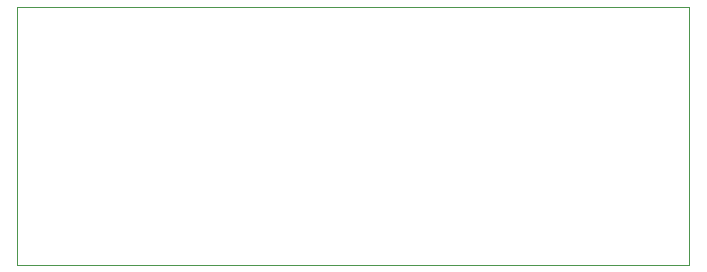
<source format=gm1>
%TF.GenerationSoftware,KiCad,Pcbnew,6.0.0*%
%TF.CreationDate,2021-12-30T08:36:24-05:00*%
%TF.ProjectId,usb_pd_sink_fixed,7573625f-7064-45f7-9369-6e6b5f666978,rev?*%
%TF.SameCoordinates,Original*%
%TF.FileFunction,Profile,NP*%
%FSLAX46Y46*%
G04 Gerber Fmt 4.6, Leading zero omitted, Abs format (unit mm)*
G04 Created by KiCad (PCBNEW 6.0.0) date 2021-12-30 08:36:24*
%MOMM*%
%LPD*%
G01*
G04 APERTURE LIST*
%TA.AperFunction,Profile*%
%ADD10C,0.100000*%
%TD*%
G04 APERTURE END LIST*
D10*
X107188000Y-67564000D02*
X107188000Y-67310000D01*
X50292000Y-89154000D02*
X107188000Y-89154000D01*
X107188000Y-67310000D02*
X50292000Y-67310000D01*
X107188000Y-89154000D02*
X107188000Y-67564000D01*
X50292000Y-67310000D02*
X50292000Y-89154000D01*
M02*

</source>
